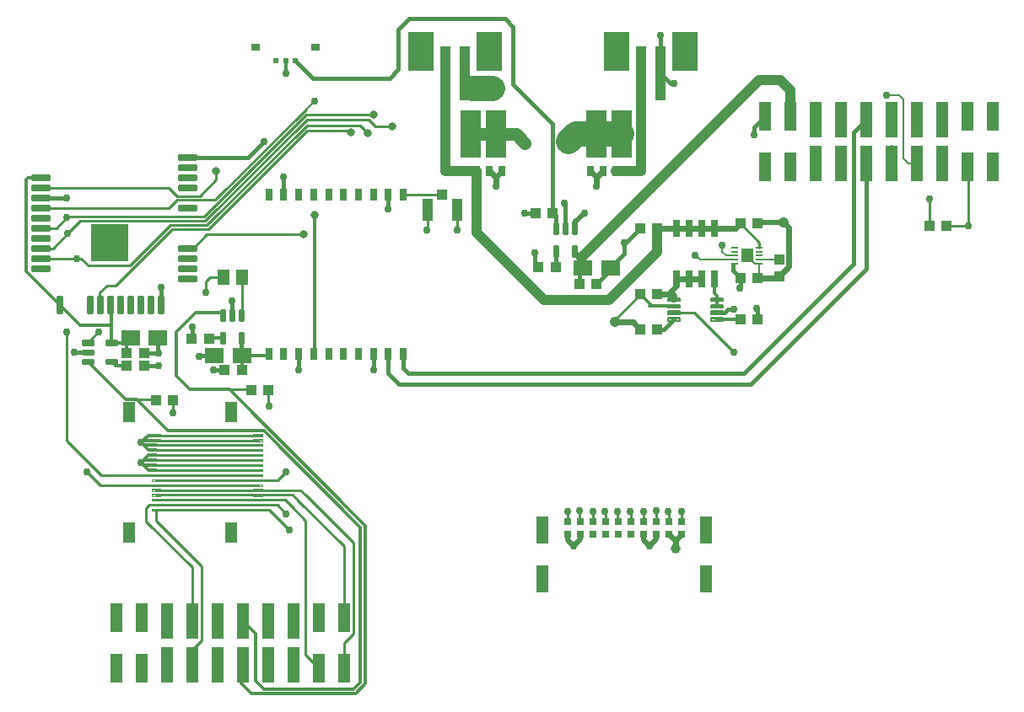
<source format=gbr>
G04 EAGLE Gerber RS-274X export*
G75*
%MOMM*%
%FSLAX34Y34*%
%LPD*%
%INTop Copper*%
%IPPOS*%
%AMOC8*
5,1,8,0,0,1.08239X$1,22.5*%
G01*
%ADD10R,1.270000X3.000000*%
%ADD11R,1.270000X3.680000*%
%ADD12C,0.350000*%
%ADD13R,3.700000X3.700000*%
%ADD14R,0.635000X1.270000*%
%ADD15C,0.243678*%
%ADD16R,1.950000X1.500000*%
%ADD17R,1.050000X1.080000*%
%ADD18R,0.720000X1.780000*%
%ADD19R,1.100000X1.000000*%
%ADD20C,0.196759*%
%ADD21R,1.000000X1.100000*%
%ADD22R,0.900000X0.700000*%
%ADD23R,0.600000X0.600000*%
%ADD24R,2.082800X4.851400*%
%ADD25R,0.762000X0.990600*%
%ADD26R,1.000000X5.500000*%
%ADD27R,2.600000X4.000000*%
%ADD28C,0.120000*%
%ADD29R,1.000000X0.300000*%
%ADD30R,1.300000X2.000000*%
%ADD31R,0.800000X0.800000*%
%ADD32R,1.200000X2.700000*%
%ADD33R,0.650000X0.200000*%
%ADD34R,1.300000X1.400000*%
%ADD35R,1.050000X2.200000*%
%ADD36R,1.050000X1.000000*%
%ADD37R,1.300000X1.500000*%
%ADD38C,0.756400*%
%ADD39C,0.254000*%
%ADD40C,0.200000*%
%ADD41C,0.406400*%
%ADD42C,0.304800*%
%ADD43C,0.806400*%
%ADD44C,0.152400*%
%ADD45C,1.016000*%
%ADD46C,1.006400*%
%ADD47C,0.609600*%
%ADD48C,0.508000*%
%ADD49C,0.203200*%
%ADD50C,0.856400*%
%ADD51C,2.540000*%
%ADD52C,1.056400*%
%ADD53C,1.270000*%


D10*
X1071400Y1066600D03*
X1096800Y1066600D03*
D11*
X1122200Y1070000D03*
X1147600Y1070000D03*
X1173000Y1070000D03*
X1198400Y1070000D03*
X1223800Y1070000D03*
X1249200Y1070000D03*
D10*
X1274600Y1066600D03*
X1300000Y1066600D03*
X1300000Y1117400D03*
X1274600Y1117400D03*
D11*
X1249200Y1114000D03*
X1223800Y1114000D03*
X1198400Y1114000D03*
X1173000Y1114000D03*
X1147600Y1114000D03*
X1122200Y1114000D03*
D10*
X1096800Y1117400D03*
X1071400Y1117400D03*
X648600Y613400D03*
X623200Y613400D03*
D11*
X597800Y610000D03*
X572400Y610000D03*
X547000Y610000D03*
X521600Y610000D03*
X496200Y610000D03*
X470800Y610000D03*
D10*
X445400Y613400D03*
X420000Y613400D03*
X420000Y562600D03*
X445400Y562600D03*
D11*
X470800Y566000D03*
X496200Y566000D03*
X521600Y566000D03*
X547000Y566000D03*
X572400Y566000D03*
X597800Y566000D03*
D10*
X623200Y562600D03*
X648600Y562600D03*
D12*
X499336Y952046D02*
X483836Y952046D01*
X483836Y955546D01*
X499336Y955546D01*
X499336Y952046D01*
X499336Y955371D02*
X483836Y955371D01*
X352036Y962206D02*
X336536Y962206D01*
X336536Y965706D01*
X352036Y965706D01*
X352036Y962206D01*
X352036Y965531D02*
X336536Y965531D01*
X336536Y972366D02*
X352036Y972366D01*
X336536Y972366D02*
X336536Y975866D01*
X352036Y975866D01*
X352036Y972366D01*
X352036Y975691D02*
X336536Y975691D01*
X336536Y982526D02*
X352036Y982526D01*
X336536Y982526D02*
X336536Y986026D01*
X352036Y986026D01*
X352036Y982526D01*
X352036Y985851D02*
X336536Y985851D01*
X336536Y992686D02*
X352036Y992686D01*
X336536Y992686D02*
X336536Y996186D01*
X352036Y996186D01*
X352036Y992686D01*
X352036Y996011D02*
X336536Y996011D01*
X336536Y1002846D02*
X352036Y1002846D01*
X336536Y1002846D02*
X336536Y1006346D01*
X352036Y1006346D01*
X352036Y1002846D01*
X352036Y1006171D02*
X336536Y1006171D01*
X336536Y1013006D02*
X352036Y1013006D01*
X336536Y1013006D02*
X336536Y1016506D01*
X352036Y1016506D01*
X352036Y1013006D01*
X352036Y1016331D02*
X336536Y1016331D01*
X336536Y1023166D02*
X352036Y1023166D01*
X336536Y1023166D02*
X336536Y1026666D01*
X352036Y1026666D01*
X352036Y1023166D01*
X352036Y1026491D02*
X336536Y1026491D01*
X336536Y1033326D02*
X352036Y1033326D01*
X336536Y1033326D02*
X336536Y1036826D01*
X352036Y1036826D01*
X352036Y1033326D01*
X352036Y1036651D02*
X336536Y1036651D01*
X336536Y1043486D02*
X352036Y1043486D01*
X336536Y1043486D02*
X336536Y1046986D01*
X352036Y1046986D01*
X352036Y1043486D01*
X352036Y1046811D02*
X336536Y1046811D01*
X336536Y1053646D02*
X352036Y1053646D01*
X336536Y1053646D02*
X336536Y1057146D01*
X352036Y1057146D01*
X352036Y1053646D01*
X352036Y1056971D02*
X336536Y1056971D01*
X483836Y962206D02*
X499336Y962206D01*
X483836Y962206D02*
X483836Y965706D01*
X499336Y965706D01*
X499336Y962206D01*
X499336Y965531D02*
X483836Y965531D01*
X483836Y972366D02*
X499336Y972366D01*
X483836Y972366D02*
X483836Y975866D01*
X499336Y975866D01*
X499336Y972366D01*
X499336Y975691D02*
X483836Y975691D01*
X483836Y982526D02*
X499336Y982526D01*
X483836Y982526D02*
X483836Y986026D01*
X499336Y986026D01*
X499336Y982526D01*
X499336Y985851D02*
X483836Y985851D01*
X483836Y1023166D02*
X499336Y1023166D01*
X483836Y1023166D02*
X483836Y1026666D01*
X499336Y1026666D01*
X499336Y1023166D01*
X499336Y1026491D02*
X483836Y1026491D01*
X483836Y1043486D02*
X499336Y1043486D01*
X483836Y1043486D02*
X483836Y1046986D01*
X499336Y1046986D01*
X499336Y1043486D01*
X499336Y1046811D02*
X483836Y1046811D01*
X483836Y1053646D02*
X499336Y1053646D01*
X483836Y1053646D02*
X483836Y1057146D01*
X499336Y1057146D01*
X499336Y1053646D01*
X499336Y1056971D02*
X483836Y1056971D01*
X483836Y1063806D02*
X499336Y1063806D01*
X483836Y1063806D02*
X483836Y1067306D01*
X499336Y1067306D01*
X499336Y1063806D01*
X499336Y1067131D02*
X483836Y1067131D01*
X483836Y1073966D02*
X499336Y1073966D01*
X483836Y1073966D02*
X483836Y1077466D01*
X499336Y1077466D01*
X499336Y1073966D01*
X499336Y1077291D02*
X483836Y1077291D01*
X365036Y934846D02*
X365036Y919346D01*
X361536Y919346D01*
X361536Y934846D01*
X365036Y934846D01*
X365036Y922671D02*
X361536Y922671D01*
X361536Y925996D02*
X365036Y925996D01*
X365036Y929321D02*
X361536Y929321D01*
X361536Y932646D02*
X365036Y932646D01*
X395516Y934846D02*
X395516Y919346D01*
X392016Y919346D01*
X392016Y934846D01*
X395516Y934846D01*
X395516Y922671D02*
X392016Y922671D01*
X392016Y925996D02*
X395516Y925996D01*
X395516Y929321D02*
X392016Y929321D01*
X392016Y932646D02*
X395516Y932646D01*
X405676Y934846D02*
X405676Y919346D01*
X402176Y919346D01*
X402176Y934846D01*
X405676Y934846D01*
X405676Y922671D02*
X402176Y922671D01*
X402176Y925996D02*
X405676Y925996D01*
X405676Y929321D02*
X402176Y929321D01*
X402176Y932646D02*
X405676Y932646D01*
X415836Y934846D02*
X415836Y919346D01*
X412336Y919346D01*
X412336Y934846D01*
X415836Y934846D01*
X415836Y922671D02*
X412336Y922671D01*
X412336Y925996D02*
X415836Y925996D01*
X415836Y929321D02*
X412336Y929321D01*
X412336Y932646D02*
X415836Y932646D01*
X425996Y934846D02*
X425996Y919346D01*
X422496Y919346D01*
X422496Y934846D01*
X425996Y934846D01*
X425996Y922671D02*
X422496Y922671D01*
X422496Y925996D02*
X425996Y925996D01*
X425996Y929321D02*
X422496Y929321D01*
X422496Y932646D02*
X425996Y932646D01*
X436156Y934846D02*
X436156Y919346D01*
X432656Y919346D01*
X432656Y934846D01*
X436156Y934846D01*
X436156Y922671D02*
X432656Y922671D01*
X432656Y925996D02*
X436156Y925996D01*
X436156Y929321D02*
X432656Y929321D01*
X432656Y932646D02*
X436156Y932646D01*
X446316Y934846D02*
X446316Y919346D01*
X442816Y919346D01*
X442816Y934846D01*
X446316Y934846D01*
X446316Y922671D02*
X442816Y922671D01*
X442816Y925996D02*
X446316Y925996D01*
X446316Y929321D02*
X442816Y929321D01*
X442816Y932646D02*
X446316Y932646D01*
X456476Y934846D02*
X456476Y919346D01*
X452976Y919346D01*
X452976Y934846D01*
X456476Y934846D01*
X456476Y922671D02*
X452976Y922671D01*
X452976Y925996D02*
X456476Y925996D01*
X456476Y929321D02*
X452976Y929321D01*
X452976Y932646D02*
X456476Y932646D01*
X466636Y934846D02*
X466636Y919346D01*
X463136Y919346D01*
X463136Y934846D01*
X466636Y934846D01*
X466636Y922671D02*
X463136Y922671D01*
X463136Y925996D02*
X466636Y925996D01*
X466636Y929321D02*
X463136Y929321D01*
X463136Y932646D02*
X466636Y932646D01*
D13*
X413086Y989796D03*
D14*
X573012Y878260D03*
X588012Y878260D03*
X603012Y878260D03*
X618012Y878260D03*
X633012Y878260D03*
X648012Y878260D03*
X663012Y878260D03*
X678012Y878260D03*
X693012Y878260D03*
X708012Y878260D03*
X708012Y1038260D03*
X693012Y1038260D03*
X678012Y1038260D03*
X663012Y1038260D03*
X648012Y1038260D03*
X633012Y1038260D03*
X618012Y1038260D03*
X603012Y1038260D03*
X588012Y1038260D03*
X573012Y1038260D03*
D15*
X543756Y922577D02*
X543756Y912395D01*
X543756Y922577D02*
X547412Y922577D01*
X547412Y912395D01*
X543756Y912395D01*
X543756Y914710D02*
X547412Y914710D01*
X547412Y917025D02*
X543756Y917025D01*
X543756Y919340D02*
X547412Y919340D01*
X547412Y921655D02*
X543756Y921655D01*
X534256Y922577D02*
X534256Y912395D01*
X534256Y922577D02*
X537912Y922577D01*
X537912Y912395D01*
X534256Y912395D01*
X534256Y914710D02*
X537912Y914710D01*
X537912Y917025D02*
X534256Y917025D01*
X534256Y919340D02*
X537912Y919340D01*
X537912Y921655D02*
X534256Y921655D01*
X524756Y922577D02*
X524756Y912395D01*
X524756Y922577D02*
X528412Y922577D01*
X528412Y912395D01*
X524756Y912395D01*
X524756Y914710D02*
X528412Y914710D01*
X528412Y917025D02*
X524756Y917025D01*
X524756Y919340D02*
X528412Y919340D01*
X528412Y921655D02*
X524756Y921655D01*
X524756Y899077D02*
X524756Y888895D01*
X524756Y899077D02*
X528412Y899077D01*
X528412Y888895D01*
X524756Y888895D01*
X524756Y891210D02*
X528412Y891210D01*
X528412Y893525D02*
X524756Y893525D01*
X524756Y895840D02*
X528412Y895840D01*
X528412Y898155D02*
X524756Y898155D01*
X543756Y899077D02*
X543756Y888895D01*
X543756Y899077D02*
X547412Y899077D01*
X547412Y888895D01*
X543756Y888895D01*
X543756Y891210D02*
X547412Y891210D01*
X547412Y893525D02*
X543756Y893525D01*
X543756Y895840D02*
X547412Y895840D01*
X547412Y898155D02*
X543756Y898155D01*
X396277Y887768D02*
X386095Y887768D01*
X386095Y891424D01*
X396277Y891424D01*
X396277Y887768D01*
X396277Y890083D02*
X386095Y890083D01*
X386095Y878268D02*
X396277Y878268D01*
X386095Y878268D02*
X386095Y881924D01*
X396277Y881924D01*
X396277Y878268D01*
X396277Y880583D02*
X386095Y880583D01*
X386095Y868768D02*
X396277Y868768D01*
X386095Y868768D02*
X386095Y872424D01*
X396277Y872424D01*
X396277Y868768D01*
X396277Y871083D02*
X386095Y871083D01*
X409595Y868768D02*
X419777Y868768D01*
X409595Y868768D02*
X409595Y872424D01*
X419777Y872424D01*
X419777Y868768D01*
X419777Y871083D02*
X409595Y871083D01*
X409595Y887768D02*
X419777Y887768D01*
X409595Y887768D02*
X409595Y891424D01*
X419777Y891424D01*
X419777Y887768D01*
X419777Y890083D02*
X409595Y890083D01*
D16*
X434186Y894096D03*
X461686Y894096D03*
X545834Y876736D03*
X518334Y876736D03*
D17*
X430186Y866096D03*
X447686Y866096D03*
X512834Y893736D03*
X495334Y893736D03*
X430186Y879096D03*
X447686Y879096D03*
X545834Y861736D03*
X528334Y861736D03*
D18*
X982250Y953348D03*
X982250Y1004212D03*
X994950Y953348D03*
X1007650Y953348D03*
X994950Y1004212D03*
X1007650Y1004212D03*
X1020350Y953348D03*
X1020350Y1004212D03*
D19*
X945810Y902580D03*
X962810Y902580D03*
X945810Y938140D03*
X962810Y938140D03*
D20*
X973725Y931175D02*
X985875Y931175D01*
X973725Y931175D02*
X973725Y934125D01*
X985875Y934125D01*
X985875Y931175D01*
X985875Y933045D02*
X973725Y933045D01*
X973725Y924675D02*
X985875Y924675D01*
X973725Y924675D02*
X973725Y927625D01*
X985875Y927625D01*
X985875Y924675D01*
X985875Y926545D02*
X973725Y926545D01*
X973725Y918175D02*
X985875Y918175D01*
X973725Y918175D02*
X973725Y921125D01*
X985875Y921125D01*
X985875Y918175D01*
X985875Y920045D02*
X973725Y920045D01*
X973725Y911675D02*
X985875Y911675D01*
X973725Y911675D02*
X973725Y914625D01*
X985875Y914625D01*
X985875Y911675D01*
X985875Y913545D02*
X973725Y913545D01*
X1016725Y911675D02*
X1028875Y911675D01*
X1016725Y911675D02*
X1016725Y914625D01*
X1028875Y914625D01*
X1028875Y911675D01*
X1028875Y913545D02*
X1016725Y913545D01*
X1016725Y918175D02*
X1028875Y918175D01*
X1016725Y918175D02*
X1016725Y921125D01*
X1028875Y921125D01*
X1028875Y918175D01*
X1028875Y920045D02*
X1016725Y920045D01*
X1016725Y924675D02*
X1028875Y924675D01*
X1016725Y924675D02*
X1016725Y927625D01*
X1028875Y927625D01*
X1028875Y924675D01*
X1028875Y926545D02*
X1016725Y926545D01*
X1016725Y931175D02*
X1028875Y931175D01*
X1016725Y931175D02*
X1016725Y934125D01*
X1028875Y934125D01*
X1028875Y931175D01*
X1028875Y933045D02*
X1016725Y933045D01*
D19*
X1046140Y912740D03*
X1063140Y912740D03*
X962810Y1004180D03*
X945810Y1004180D03*
X1046140Y1009260D03*
X1063140Y1009260D03*
X1063140Y954650D03*
X1046140Y954650D03*
D21*
X1085120Y973310D03*
X1085120Y956310D03*
D15*
X878192Y999667D02*
X878192Y1009849D01*
X881848Y1009849D01*
X881848Y999667D01*
X878192Y999667D01*
X878192Y1001982D02*
X881848Y1001982D01*
X881848Y1004297D02*
X878192Y1004297D01*
X878192Y1006612D02*
X881848Y1006612D01*
X881848Y1008927D02*
X878192Y1008927D01*
X868692Y1009849D02*
X868692Y999667D01*
X868692Y1009849D02*
X872348Y1009849D01*
X872348Y999667D01*
X868692Y999667D01*
X868692Y1001982D02*
X872348Y1001982D01*
X872348Y1004297D02*
X868692Y1004297D01*
X868692Y1006612D02*
X872348Y1006612D01*
X872348Y1008927D02*
X868692Y1008927D01*
X859192Y1009849D02*
X859192Y999667D01*
X859192Y1009849D02*
X862848Y1009849D01*
X862848Y999667D01*
X859192Y999667D01*
X859192Y1001982D02*
X862848Y1001982D01*
X862848Y1004297D02*
X859192Y1004297D01*
X859192Y1006612D02*
X862848Y1006612D01*
X862848Y1008927D02*
X859192Y1008927D01*
X859192Y986349D02*
X859192Y976167D01*
X859192Y986349D02*
X862848Y986349D01*
X862848Y976167D01*
X859192Y976167D01*
X859192Y978482D02*
X862848Y978482D01*
X862848Y980797D02*
X859192Y980797D01*
X859192Y983112D02*
X862848Y983112D01*
X862848Y985427D02*
X859192Y985427D01*
X878192Y986349D02*
X878192Y976167D01*
X878192Y986349D02*
X881848Y986349D01*
X881848Y976167D01*
X878192Y976167D01*
X878192Y978482D02*
X881848Y978482D01*
X881848Y980797D02*
X878192Y980797D01*
X878192Y983112D02*
X881848Y983112D01*
X881848Y985427D02*
X878192Y985427D01*
D16*
X888594Y964984D03*
X916094Y964984D03*
D17*
X860846Y965364D03*
X843346Y965364D03*
X884578Y948636D03*
X902078Y948636D03*
D22*
X619936Y1186176D03*
X559936Y1186176D03*
D23*
X589936Y1172626D03*
X599936Y1172626D03*
X579936Y1172626D03*
D19*
X841060Y1019816D03*
X858060Y1019816D03*
D24*
X775798Y1098833D03*
X800690Y1098833D03*
D25*
X781894Y1062257D03*
X769194Y1062257D03*
X794594Y1062257D03*
X807294Y1062257D03*
D24*
X902186Y1098833D03*
X927078Y1098833D03*
D25*
X908282Y1062257D03*
X895582Y1062257D03*
X920982Y1062257D03*
X933682Y1062257D03*
D26*
X966260Y1160000D03*
X946260Y1160000D03*
D27*
X990260Y1182500D03*
X922260Y1182500D03*
D26*
X770000Y1160000D03*
X750000Y1160000D03*
D27*
X794000Y1182500D03*
X726000Y1182500D03*
D28*
X455416Y762352D02*
X455416Y760552D01*
X455416Y762352D02*
X464216Y762352D01*
X464216Y760552D01*
X455416Y760552D01*
X455416Y761692D02*
X464216Y761692D01*
X455416Y757352D02*
X455416Y755552D01*
X455416Y757352D02*
X464216Y757352D01*
X464216Y755552D01*
X455416Y755552D01*
X455416Y756692D02*
X464216Y756692D01*
X455416Y765552D02*
X455416Y767352D01*
X464216Y767352D01*
X464216Y765552D01*
X455416Y765552D01*
X455416Y766692D02*
X464216Y766692D01*
X455416Y770552D02*
X455416Y772352D01*
X464216Y772352D01*
X464216Y770552D01*
X455416Y770552D01*
X455416Y771692D02*
X464216Y771692D01*
X455416Y775552D02*
X455416Y777352D01*
X464216Y777352D01*
X464216Y775552D01*
X455416Y775552D01*
X455416Y776692D02*
X464216Y776692D01*
X455416Y780552D02*
X455416Y782352D01*
X464216Y782352D01*
X464216Y780552D01*
X455416Y780552D01*
X455416Y781692D02*
X464216Y781692D01*
X455416Y785552D02*
X455416Y787352D01*
X464216Y787352D01*
X464216Y785552D01*
X455416Y785552D01*
X455416Y786692D02*
X464216Y786692D01*
X455416Y790552D02*
X455416Y792352D01*
X464216Y792352D01*
X464216Y790552D01*
X455416Y790552D01*
X455416Y791692D02*
X464216Y791692D01*
D29*
X459816Y796452D03*
D28*
X455416Y752352D02*
X455416Y750552D01*
X455416Y752352D02*
X464216Y752352D01*
X464216Y750552D01*
X455416Y750552D01*
X455416Y751692D02*
X464216Y751692D01*
X455416Y747352D02*
X455416Y745552D01*
X455416Y747352D02*
X464216Y747352D01*
X464216Y745552D01*
X455416Y745552D01*
X455416Y746692D02*
X464216Y746692D01*
X455416Y742352D02*
X455416Y740552D01*
X455416Y742352D02*
X464216Y742352D01*
X464216Y740552D01*
X455416Y740552D01*
X455416Y741692D02*
X464216Y741692D01*
X455416Y737352D02*
X455416Y735552D01*
X455416Y737352D02*
X464216Y737352D01*
X464216Y735552D01*
X455416Y735552D01*
X455416Y736692D02*
X464216Y736692D01*
X455416Y732352D02*
X455416Y730552D01*
X455416Y732352D02*
X464216Y732352D01*
X464216Y730552D01*
X455416Y730552D01*
X455416Y731692D02*
X464216Y731692D01*
X455416Y727352D02*
X455416Y725552D01*
X455416Y727352D02*
X464216Y727352D01*
X464216Y725552D01*
X455416Y725552D01*
X455416Y726692D02*
X464216Y726692D01*
X455416Y722352D02*
X455416Y720552D01*
X455416Y722352D02*
X464216Y722352D01*
X464216Y720552D01*
X455416Y720552D01*
X455416Y721692D02*
X464216Y721692D01*
D30*
X432816Y698452D03*
X432816Y819452D03*
D28*
X557524Y762352D02*
X557524Y760552D01*
X557524Y762352D02*
X566324Y762352D01*
X566324Y760552D01*
X557524Y760552D01*
X557524Y761692D02*
X566324Y761692D01*
X557524Y757352D02*
X557524Y755552D01*
X557524Y757352D02*
X566324Y757352D01*
X566324Y755552D01*
X557524Y755552D01*
X557524Y756692D02*
X566324Y756692D01*
X557524Y765552D02*
X557524Y767352D01*
X566324Y767352D01*
X566324Y765552D01*
X557524Y765552D01*
X557524Y766692D02*
X566324Y766692D01*
X557524Y770552D02*
X557524Y772352D01*
X566324Y772352D01*
X566324Y770552D01*
X557524Y770552D01*
X557524Y771692D02*
X566324Y771692D01*
X557524Y775552D02*
X557524Y777352D01*
X566324Y777352D01*
X566324Y775552D01*
X557524Y775552D01*
X557524Y776692D02*
X566324Y776692D01*
X557524Y780552D02*
X557524Y782352D01*
X566324Y782352D01*
X566324Y780552D01*
X557524Y780552D01*
X557524Y781692D02*
X566324Y781692D01*
X557524Y785552D02*
X557524Y787352D01*
X566324Y787352D01*
X566324Y785552D01*
X557524Y785552D01*
X557524Y786692D02*
X566324Y786692D01*
X557524Y790552D02*
X557524Y792352D01*
X566324Y792352D01*
X566324Y790552D01*
X557524Y790552D01*
X557524Y791692D02*
X566324Y791692D01*
D29*
X561924Y796452D03*
D28*
X557524Y752352D02*
X557524Y750552D01*
X557524Y752352D02*
X566324Y752352D01*
X566324Y750552D01*
X557524Y750552D01*
X557524Y751692D02*
X566324Y751692D01*
X557524Y747352D02*
X557524Y745552D01*
X557524Y747352D02*
X566324Y747352D01*
X566324Y745552D01*
X557524Y745552D01*
X557524Y746692D02*
X566324Y746692D01*
X557524Y742352D02*
X557524Y740552D01*
X557524Y742352D02*
X566324Y742352D01*
X566324Y740552D01*
X557524Y740552D01*
X557524Y741692D02*
X566324Y741692D01*
X557524Y737352D02*
X557524Y735552D01*
X557524Y737352D02*
X566324Y737352D01*
X566324Y735552D01*
X557524Y735552D01*
X557524Y736692D02*
X566324Y736692D01*
X557524Y732352D02*
X557524Y730552D01*
X557524Y732352D02*
X566324Y732352D01*
X566324Y730552D01*
X557524Y730552D01*
X557524Y731692D02*
X566324Y731692D01*
X557524Y727352D02*
X557524Y725552D01*
X557524Y727352D02*
X566324Y727352D01*
X566324Y725552D01*
X557524Y725552D01*
X557524Y726692D02*
X566324Y726692D01*
X557524Y722352D02*
X557524Y720552D01*
X557524Y722352D02*
X566324Y722352D01*
X566324Y720552D01*
X557524Y720552D01*
X557524Y721692D02*
X566324Y721692D01*
D30*
X534924Y698452D03*
X534924Y819452D03*
D31*
X872850Y709700D03*
X885550Y709700D03*
X898250Y709700D03*
X910950Y709700D03*
X923650Y709700D03*
X936350Y709700D03*
X949050Y709700D03*
X961750Y709700D03*
X974450Y709700D03*
X987150Y709700D03*
X987150Y697000D03*
X974450Y697000D03*
X961750Y697000D03*
X949050Y697000D03*
X936350Y697000D03*
X923650Y697000D03*
X910950Y697000D03*
X898250Y697000D03*
X885550Y697000D03*
X872850Y697000D03*
D32*
X847900Y652500D03*
X1012100Y652500D03*
X1012100Y701500D03*
X847900Y701500D03*
D33*
X1040750Y985000D03*
X1040750Y981000D03*
X1040750Y977000D03*
X1040750Y973000D03*
X1040750Y969000D03*
X1065250Y969000D03*
X1065250Y973000D03*
X1065250Y977000D03*
X1065250Y981000D03*
X1065250Y985000D03*
D34*
X1053000Y977000D03*
D35*
X761750Y1023000D03*
X732250Y1023000D03*
D36*
X747000Y1038250D03*
D37*
X527500Y955000D03*
X546500Y955000D03*
D19*
X476500Y832000D03*
X459500Y832000D03*
X572500Y842000D03*
X555500Y842000D03*
X1236500Y1007000D03*
X1253500Y1007000D03*
D38*
X470800Y610000D03*
D39*
X949050Y709700D02*
X949050Y719950D01*
X949000Y720000D01*
D38*
X949000Y720000D03*
X470800Y566000D03*
D39*
X936350Y709700D02*
X936350Y719650D01*
X936000Y720000D01*
D38*
X936000Y720000D03*
X1001174Y977448D03*
D39*
X1001316Y977590D01*
X496200Y663800D02*
X496200Y610000D01*
X496200Y663800D02*
X450000Y710000D01*
X450000Y723000D01*
X453452Y726452D02*
X459816Y726452D01*
X453452Y726452D02*
X450000Y723000D01*
X459816Y726452D02*
X561924Y726452D01*
X581400Y726452D02*
X590426Y717426D01*
D38*
X590426Y717426D03*
D39*
X581400Y726452D02*
X561924Y726452D01*
D40*
X1005906Y973000D02*
X1040750Y973000D01*
X1005906Y973000D02*
X1001316Y977590D01*
D38*
X1028098Y987608D03*
D39*
X496200Y581299D02*
X496200Y566000D01*
X496200Y581299D02*
X505344Y590443D01*
X505344Y664656D01*
X459816Y710184D02*
X459816Y721452D01*
X459816Y710184D02*
X505344Y664656D01*
X459816Y721452D02*
X561924Y721452D01*
X573548Y721452D02*
X594000Y701000D01*
D38*
X594000Y701000D03*
D39*
X573548Y721452D02*
X561924Y721452D01*
D40*
X1032000Y977000D02*
X1040750Y977000D01*
X1028098Y980902D02*
X1028098Y987608D01*
X1028098Y980902D02*
X1032000Y977000D01*
D41*
X1160000Y1101000D02*
X1173000Y1114000D01*
X713000Y859000D02*
X708000Y864000D01*
X708000Y878248D01*
X708012Y878260D01*
X1160000Y969000D02*
X1160000Y1101000D01*
X1160000Y969000D02*
X1050000Y859000D01*
X713000Y859000D01*
D42*
X1173000Y1070000D02*
X1173762Y1069238D01*
D41*
X1173000Y1070000D02*
X1173000Y964000D01*
X704000Y848000D02*
X693000Y859000D01*
X693000Y878248D01*
X693012Y878260D01*
X1057000Y848000D02*
X1173000Y964000D01*
X1057000Y848000D02*
X704000Y848000D01*
D39*
X380000Y974116D02*
X344286Y974116D01*
X380000Y974116D02*
X384767Y974116D01*
X391905Y966978D01*
X433578Y966978D01*
X474244Y1007644D02*
X510950Y1007644D01*
X611189Y1107883D01*
X474244Y1007644D02*
X433578Y966978D01*
D43*
X1198400Y1083716D03*
X672084Y1100328D03*
D39*
X664529Y1107883D01*
X611189Y1107883D01*
X561924Y746452D02*
X459816Y746452D01*
X403548Y746452D01*
X390000Y760000D01*
D38*
X390000Y760000D03*
X380000Y974116D03*
D39*
X509266Y1011708D02*
X611363Y1113805D01*
X383910Y1011708D02*
X371101Y998899D01*
X356478Y984276D01*
X344286Y984276D01*
X383910Y1011708D02*
X509266Y1011708D01*
D43*
X1223800Y1114000D03*
X696468Y1107174D03*
D39*
X680173Y1107174D01*
X673542Y1113805D01*
X611363Y1113805D01*
X561924Y756452D02*
X459816Y756452D01*
X459522Y756158D01*
X405010Y756158D01*
X370000Y791168D01*
D38*
X370000Y900000D03*
X371101Y998899D03*
D39*
X370000Y900000D02*
X370000Y791168D01*
D38*
X445400Y562600D03*
D39*
X961750Y709700D02*
X961750Y720750D01*
X962000Y721000D01*
D38*
X962000Y721000D03*
X445400Y613400D03*
D39*
X974450Y709700D02*
X974450Y719550D01*
X974000Y720000D01*
D38*
X974000Y720000D03*
X420000Y613400D03*
D39*
X987150Y709700D02*
X987150Y719850D01*
X987000Y720000D01*
D38*
X987000Y720000D03*
D44*
X649224Y614024D02*
X648600Y613400D01*
D39*
X603279Y730279D02*
X597105Y736452D01*
X561924Y736452D01*
X648600Y684957D02*
X648600Y613400D01*
X648600Y684957D02*
X603279Y730279D01*
X561924Y736452D02*
X459816Y736452D01*
D38*
X623200Y613400D03*
D39*
X872850Y709700D02*
X872850Y719850D01*
X873000Y720000D01*
D38*
X873000Y720000D03*
X597800Y566000D03*
D39*
X885000Y710250D02*
X885550Y709700D01*
X885000Y710250D02*
X885000Y721000D01*
D38*
X885000Y721000D03*
X597800Y610000D03*
D39*
X898250Y709700D02*
X898250Y719750D01*
X898000Y720000D01*
D38*
X898000Y720000D03*
X572400Y566000D03*
D39*
X910950Y709700D02*
X910950Y719050D01*
X910000Y720000D01*
D38*
X910000Y720000D03*
X572400Y610000D03*
D39*
X923000Y710350D02*
X923650Y709700D01*
X923000Y710350D02*
X923000Y720000D01*
D38*
X923000Y720000D03*
D41*
X547000Y575221D02*
X547000Y566000D01*
D42*
X545428Y547446D02*
X555894Y536980D01*
X660106Y536980D01*
X670000Y546874D01*
X670000Y705652D01*
X547000Y566000D02*
X545428Y564428D01*
X545428Y547446D01*
X493500Y842500D02*
X480000Y856000D01*
X533152Y842500D02*
X670000Y705652D01*
X533152Y842500D02*
X530000Y842500D01*
X493500Y842500D01*
X480000Y856000D02*
X480000Y900000D01*
X500000Y920000D01*
X524070Y920000D01*
X526584Y917486D01*
D39*
X530000Y842500D02*
X555000Y842500D01*
X555500Y842000D01*
D42*
X429282Y832500D02*
X391186Y870596D01*
X429282Y832500D02*
X440000Y832500D01*
X440579Y832500D01*
X568187Y801000D02*
X665000Y704187D01*
X568187Y801000D02*
X472079Y801000D01*
X440579Y832500D01*
X665000Y548340D02*
X658213Y541552D01*
X665000Y548340D02*
X665000Y704187D01*
X560000Y597000D02*
X547000Y610000D01*
X560000Y549340D02*
X567788Y541552D01*
X658213Y541552D01*
X560000Y549340D02*
X560000Y597000D01*
D39*
X459000Y832500D02*
X440000Y832500D01*
X459000Y832500D02*
X459500Y832000D01*
D41*
X880020Y981258D02*
X886443Y974835D01*
X888594Y972684D01*
X888594Y964984D01*
X884578Y960968D02*
X884578Y948636D01*
X884578Y960968D02*
X888594Y964984D01*
D45*
X1096800Y1117400D02*
X1096800Y1143480D01*
X1086612Y1153668D01*
X1065276Y1153668D01*
X945804Y1034196D01*
X886443Y974835D01*
D46*
X945804Y1034196D03*
X981000Y683000D03*
D47*
X981000Y690850D01*
X987150Y697000D01*
X981000Y690450D02*
X974450Y697000D01*
X981000Y690450D02*
X981000Y683000D01*
D39*
X1236500Y1007000D02*
X1236500Y1033696D01*
X1236000Y1034196D01*
D38*
X1236000Y1034196D03*
D39*
X561924Y781452D02*
X459816Y781452D01*
X459816Y786452D02*
X561924Y786452D01*
X561924Y791452D02*
X459816Y791452D01*
X459816Y796452D02*
X561924Y796452D01*
D41*
X588012Y1038260D02*
X588012Y1055988D01*
X588000Y1056000D01*
D38*
X588000Y1056000D03*
D41*
X518334Y876736D02*
X503736Y876736D01*
X503000Y876000D01*
D38*
X503000Y876000D03*
D41*
X495334Y893736D02*
X496000Y894402D01*
X496000Y905000D01*
D38*
X496000Y905000D03*
D41*
X517264Y861736D02*
X528334Y861736D01*
X517264Y861736D02*
X517000Y862000D01*
D38*
X517000Y862000D03*
D41*
X536084Y917486D02*
X536084Y931916D01*
X536000Y932000D01*
D38*
X536000Y932000D03*
D41*
X464886Y927096D02*
X464886Y944886D01*
X465000Y945000D01*
D38*
X465000Y945000D03*
D41*
X461686Y894096D02*
X461686Y879314D01*
X462000Y879000D01*
D38*
X462000Y879000D03*
D41*
X447904Y879314D02*
X447686Y879096D01*
X447904Y879314D02*
X461686Y879314D01*
X461904Y866096D02*
X447686Y866096D01*
X461904Y866096D02*
X462000Y866000D01*
D38*
X462000Y866000D03*
D41*
X391186Y880096D02*
X378096Y880096D01*
X378000Y880000D01*
D38*
X378000Y880000D03*
D41*
X369924Y1035076D02*
X344286Y1035076D01*
X369924Y1035076D02*
X370000Y1035000D01*
D38*
X370000Y1035000D03*
D41*
X491586Y1075716D02*
X552480Y1075716D01*
X568382Y1091618D01*
D38*
X568382Y1091618D03*
D41*
X830184Y1019816D02*
X841060Y1019816D01*
X830184Y1019816D02*
X830000Y1020000D01*
D38*
X830000Y1020000D03*
D41*
X870520Y1029480D02*
X870520Y1004758D01*
X870520Y1029480D02*
X870000Y1030000D01*
D38*
X870000Y1030000D03*
D41*
X840000Y968710D02*
X843346Y965364D01*
X840000Y968710D02*
X840000Y980000D01*
D38*
X840000Y980000D03*
D41*
X902078Y948636D02*
X916094Y962652D01*
X916094Y964984D01*
X930000Y978890D01*
X930000Y990000D01*
D38*
X930000Y990000D03*
D41*
X931630Y990000D02*
X945810Y1004180D01*
X931630Y990000D02*
X930000Y990000D01*
D40*
X1038750Y967000D02*
X1040750Y969000D01*
D41*
X1038750Y967000D02*
X1038750Y962040D01*
X1046140Y954650D01*
X1046140Y944140D01*
X1046000Y944000D01*
D38*
X1046000Y944000D03*
X1040000Y923046D03*
D41*
X1023285Y920135D02*
X1022800Y919650D01*
X1023285Y920135D02*
X1030756Y920135D01*
X1033667Y923046D02*
X1040000Y923046D01*
X1033667Y923046D02*
X1030756Y920135D01*
X1063140Y923860D02*
X1063140Y912740D01*
X1063140Y923860D02*
X1063000Y924000D01*
D38*
X1063000Y924000D03*
D41*
X693012Y1024012D02*
X693012Y1038260D01*
X693012Y1024012D02*
X693000Y1024000D01*
D38*
X693000Y1024000D03*
D41*
X966260Y1160000D02*
X966260Y1197740D01*
X966000Y1198000D01*
D38*
X966000Y1198000D03*
D41*
X966260Y1160000D02*
X976449Y1149811D01*
X979811Y1149811D01*
D38*
X979811Y1149811D03*
D41*
X1060000Y1106000D02*
X1071400Y1117400D01*
X1060000Y1106000D02*
X1060000Y1098658D01*
D38*
X1060000Y1098658D03*
D41*
X678012Y878260D02*
X678012Y862012D01*
X678000Y862000D01*
D38*
X678000Y862000D03*
D41*
X603012Y862012D02*
X603012Y878260D01*
X603012Y862012D02*
X603000Y862000D01*
D38*
X603000Y862000D03*
D42*
X459816Y796452D02*
X452452Y796452D01*
X445000Y789000D01*
D38*
X445000Y789000D03*
D42*
X447452Y791452D02*
X459816Y791452D01*
X447452Y791452D02*
X445000Y789000D01*
X447548Y786452D02*
X459816Y786452D01*
X447548Y786452D02*
X445000Y789000D01*
X452548Y781452D02*
X459816Y781452D01*
X452548Y781452D02*
X445000Y789000D01*
D48*
X872850Y697000D02*
X872850Y691150D01*
X879000Y685000D01*
D38*
X879000Y685000D03*
D48*
X885550Y691550D02*
X885550Y697000D01*
X885550Y691550D02*
X879000Y685000D01*
D39*
X732250Y1003250D02*
X732250Y1023000D01*
X732250Y1003250D02*
X732000Y1003000D01*
D38*
X732000Y1003000D03*
D39*
X761750Y1003250D02*
X761750Y1023000D01*
X761750Y1003250D02*
X762000Y1003000D01*
D38*
X762000Y1003000D03*
D39*
X476500Y832000D02*
X476500Y819500D01*
X477000Y819000D01*
D38*
X477000Y819000D03*
D39*
X572500Y826500D02*
X572500Y842000D01*
X572500Y826500D02*
X573000Y826000D01*
D38*
X573000Y826000D03*
X420000Y562600D03*
D47*
X801000Y1055851D02*
X794594Y1062257D01*
X801000Y1055851D02*
X801000Y1047000D01*
D38*
X801000Y1047000D03*
D47*
X801000Y1055963D02*
X807294Y1062257D01*
X801000Y1055963D02*
X801000Y1055851D01*
X902000Y1055975D02*
X908282Y1062257D01*
X902000Y1055975D02*
X902000Y1047000D01*
D38*
X902000Y1047000D03*
D47*
X895718Y1062257D02*
X895582Y1062257D01*
X895718Y1062257D02*
X902000Y1055975D01*
D39*
X472660Y1045236D02*
X344286Y1045236D01*
X472660Y1045236D02*
X480954Y1036942D01*
D43*
X519684Y1062228D03*
D39*
X503542Y1036942D02*
X480954Y1036942D01*
X503542Y1036942D02*
X519684Y1053084D01*
X519684Y1062228D01*
D49*
X1214780Y1070000D02*
X1223800Y1070000D01*
X1214780Y1070000D02*
X1214628Y1069848D01*
X1210056Y1074420D02*
X1210056Y1133856D01*
X1205484Y1138428D01*
X1192672Y1138428D01*
D38*
X1192672Y1138428D03*
D49*
X1210056Y1074420D02*
X1214628Y1069848D01*
D39*
X496824Y984276D02*
X491586Y984276D01*
X496824Y984276D02*
X499076Y984276D01*
D43*
X1249200Y1070000D03*
X608076Y998220D03*
D39*
X510768Y998220D01*
X496824Y984276D01*
D50*
X1071400Y1066600D03*
D43*
X618744Y1018032D03*
D42*
X618744Y878992D01*
X618012Y878260D01*
D39*
X589253Y731452D02*
X596852Y723852D01*
X589253Y731452D02*
X561924Y731452D01*
X610000Y575800D02*
X623200Y562600D01*
X610000Y710705D02*
X596852Y723852D01*
X610000Y710705D02*
X610000Y575800D01*
X561924Y731452D02*
X459816Y731452D01*
X604958Y741452D02*
X609705Y736705D01*
X604958Y741452D02*
X561924Y741452D01*
X648600Y588099D02*
X648600Y562600D01*
X648600Y588099D02*
X657744Y597243D01*
X657744Y688666D01*
X609705Y736705D01*
X561924Y741452D02*
X459816Y741452D01*
D43*
X1198400Y1114000D03*
D39*
X359503Y1004596D02*
X344286Y1004596D01*
X359503Y1004596D02*
X370453Y1015547D01*
X371093Y1016186D01*
X507997Y1016186D01*
X610775Y1118965D01*
D43*
X1198400Y1114000D03*
X678000Y1119000D03*
D39*
X677965Y1118965D01*
X610775Y1118965D01*
X561924Y751452D02*
X459816Y751452D01*
X561924Y751452D02*
X581452Y751452D01*
X590000Y760000D01*
D38*
X590000Y760000D03*
X370453Y1015547D03*
D42*
X419186Y866096D02*
X430186Y866096D01*
X419186Y866096D02*
X414686Y870596D01*
X513084Y893986D02*
X526584Y893986D01*
X513084Y893986D02*
X512834Y893736D01*
X571488Y876736D02*
X573012Y878260D01*
X571488Y876736D02*
X545834Y876736D01*
X545834Y861736D01*
D41*
X545584Y876986D02*
X545584Y893986D01*
X545584Y876986D02*
X545834Y876736D01*
D42*
X414686Y889596D02*
X414686Y906780D01*
X414686Y926496D01*
X414086Y927096D01*
X414686Y889596D02*
X429686Y889596D01*
X430186Y890096D01*
X430186Y879096D01*
X430186Y890096D02*
X434186Y894096D01*
X383602Y906780D02*
X363286Y927096D01*
X383602Y906780D02*
X414686Y906780D01*
X344286Y1055396D02*
X331496Y1055396D01*
X329184Y1053084D01*
X329184Y961198D01*
X363286Y927096D01*
D47*
X962810Y938140D02*
X973360Y938140D01*
X975900Y940680D01*
X979800Y936780D01*
X979800Y933182D01*
X978319Y933182D01*
X975900Y935600D01*
X975900Y940680D02*
X982250Y947030D01*
X982250Y953348D01*
X994950Y953348D01*
X1007650Y953348D01*
D42*
X979800Y926150D02*
X960000Y926150D01*
X955140Y926150D01*
D45*
X900000Y1090000D02*
X900000Y1110000D01*
D51*
X902186Y1098833D02*
X881453Y1098833D01*
X874000Y1091380D01*
D52*
X874000Y1091380D03*
X920000Y910000D03*
D51*
X926956Y1098833D02*
X902186Y1098833D01*
D47*
X938390Y910000D02*
X938990Y910000D01*
X938390Y910000D02*
X920000Y910000D01*
D39*
X920000Y912330D02*
X945810Y938140D01*
X920000Y912330D02*
X920000Y910000D01*
X957800Y926150D02*
X960000Y926150D01*
X957800Y926150D02*
X945810Y938140D01*
D47*
X938390Y910000D02*
X945810Y902580D01*
D42*
X1020350Y939410D02*
X1020350Y953348D01*
X1020350Y939410D02*
X1022800Y936960D01*
X1022800Y932650D01*
X1022800Y926150D01*
D47*
X982218Y1004180D02*
X962810Y1004180D01*
X982218Y1004180D02*
X982250Y1004212D01*
X994950Y1004212D01*
X1007650Y1004212D01*
X1020350Y1004212D01*
X1041092Y1004212D02*
X1046140Y1009260D01*
X1041092Y1004212D02*
X1020350Y1004212D01*
X964370Y1002620D02*
X962810Y1004180D01*
D45*
X769194Y1062257D02*
X768937Y1062000D01*
X781637Y1062000D02*
X781894Y1062257D01*
X781637Y1062000D02*
X768937Y1062000D01*
X750000Y1062000D01*
X750000Y1160000D01*
X962810Y1004180D02*
X962810Y981098D01*
X914400Y932688D01*
X848868Y932688D01*
X781812Y999744D01*
X781812Y1062175D01*
D41*
X781894Y1062257D01*
D39*
X1065250Y990150D02*
X1065250Y985000D01*
X1065250Y990150D02*
X1046140Y1009260D01*
D42*
X1041920Y913150D02*
X1046140Y912740D01*
X1041920Y913150D02*
X1022800Y913150D01*
D47*
X1063140Y954650D02*
X1083850Y954650D01*
X1085120Y956310D02*
X1094692Y965882D01*
D51*
X798000Y1145000D02*
X777000Y1145000D01*
D38*
X798000Y1145000D03*
D52*
X1090000Y1010000D03*
D47*
X1094692Y1005308D02*
X1094692Y965882D01*
X1094692Y1005308D02*
X1090000Y1010000D01*
D40*
X1065250Y969000D02*
X1065250Y956760D01*
X1063140Y954650D01*
X1061000Y969000D02*
X1053000Y977000D01*
X1061000Y969000D02*
X1065250Y969000D01*
D48*
X1063140Y1009260D02*
X1063880Y1010000D01*
X1069308Y1010000D01*
X1069373Y1009935D01*
X1074003Y1009935D01*
X1074068Y1010000D01*
X1090000Y1010000D01*
D40*
X1084810Y973000D02*
X1065250Y973000D01*
X1084810Y973000D02*
X1085120Y973310D01*
D41*
X969230Y902580D02*
X962810Y902580D01*
X969230Y902580D02*
X979800Y913150D01*
X861020Y965538D02*
X861020Y981258D01*
X861020Y965538D02*
X860846Y965364D01*
X861020Y1004758D02*
X861020Y1016856D01*
X858060Y1019816D01*
X694499Y1155500D02*
X617062Y1155500D01*
X599936Y1172626D01*
X809997Y1215200D02*
X818176Y1207021D01*
X818176Y1149308D01*
X703000Y1164001D02*
X694499Y1155500D01*
X703000Y1164001D02*
X703000Y1204280D01*
X713720Y1215053D01*
X743531Y1215200D01*
X809997Y1215200D01*
X857744Y1109740D02*
X857744Y1020132D01*
X858060Y1019816D01*
X857744Y1109740D02*
X818176Y1149308D01*
D39*
X561924Y761452D02*
X459816Y761452D01*
X459816Y766452D02*
X561924Y766452D01*
X561924Y771452D02*
X459816Y771452D01*
X459816Y776452D02*
X561924Y776452D01*
D42*
X459816Y776452D02*
X452452Y776452D01*
X445000Y769000D01*
D38*
X445000Y769000D03*
D42*
X452548Y761452D02*
X459816Y761452D01*
X452548Y761452D02*
X445000Y769000D01*
X447548Y766452D02*
X459816Y766452D01*
X447548Y766452D02*
X445000Y769000D01*
X447452Y771452D02*
X459816Y771452D01*
X447452Y771452D02*
X445000Y769000D01*
X590000Y1172562D02*
X589936Y1172626D01*
X590000Y1172562D02*
X590000Y1160000D01*
D38*
X590000Y1160000D03*
D48*
X949050Y697000D02*
X949050Y690950D01*
X955000Y685000D01*
D38*
X955000Y685000D03*
D48*
X961750Y691750D02*
X961750Y697000D01*
X961750Y691750D02*
X955000Y685000D01*
X880020Y1004758D02*
X880020Y1010020D01*
X890000Y1020000D01*
D38*
X890000Y1020000D03*
D53*
X800690Y1098833D02*
X775798Y1098833D01*
X800690Y1098833D02*
X821167Y1098833D01*
X830000Y1090000D01*
D46*
X830000Y1090000D03*
D39*
X401540Y899950D02*
X391186Y889596D01*
X401540Y899950D02*
X402000Y899950D01*
D38*
X402000Y899950D03*
D39*
X514000Y955000D02*
X527500Y955000D01*
X510000Y951000D02*
X510000Y940000D01*
D38*
X510000Y940000D03*
D39*
X510000Y951000D02*
X514000Y955000D01*
D45*
X933682Y1062257D02*
X933939Y1062000D01*
X946260Y1062260D02*
X946260Y1160000D01*
X946260Y1062260D02*
X946000Y1062000D01*
X933939Y1062000D01*
X933682Y1062257D02*
X920982Y1062257D01*
D39*
X403926Y927096D02*
X403220Y927802D01*
X403220Y939776D01*
X410454Y947010D01*
X419357Y947010D01*
X475927Y1003580D02*
X512633Y1003580D01*
X611776Y1102724D01*
X475927Y1003580D02*
X419357Y947010D01*
D43*
X1249200Y1114000D03*
X655320Y1101057D03*
D39*
X653654Y1102724D01*
X611776Y1102724D01*
X472660Y1024916D02*
X344286Y1024916D01*
X472660Y1024916D02*
X480622Y1032878D01*
X518941Y1032878D02*
X610188Y1124124D01*
X518941Y1032878D02*
X480622Y1032878D01*
D38*
X1274600Y1117400D03*
X618744Y1132332D03*
D49*
X610536Y1124124D01*
X610188Y1124124D01*
D39*
X979800Y919650D02*
X1000350Y919650D01*
X1040000Y880000D01*
D38*
X1040000Y880000D03*
X1275000Y1007000D03*
D39*
X1275000Y1066200D01*
X1274600Y1066600D01*
X1275000Y1007000D02*
X1253500Y1007000D01*
X746990Y1038260D02*
X708012Y1038260D01*
X746990Y1038260D02*
X747000Y1038250D01*
X546098Y918000D02*
X545584Y917486D01*
X546098Y918000D02*
X546500Y955000D01*
M02*

</source>
